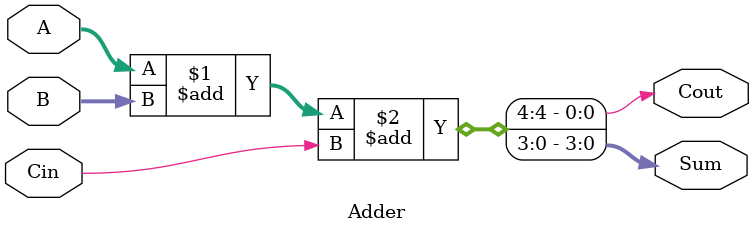
<source format=sv>
module Adder (
    input logic [3:0] A,    // 4-bit input A
    input logic [3:0] B,    // 4-bit input B
    input logic Cin,        // Carry input
    output logic [3:0] Sum, // 4-bit sum
    output logic Cout       // Carry output
);

    assign {Cout, Sum} = A + B + Cin; // Simple addition with carry propagation

endmodule

</source>
